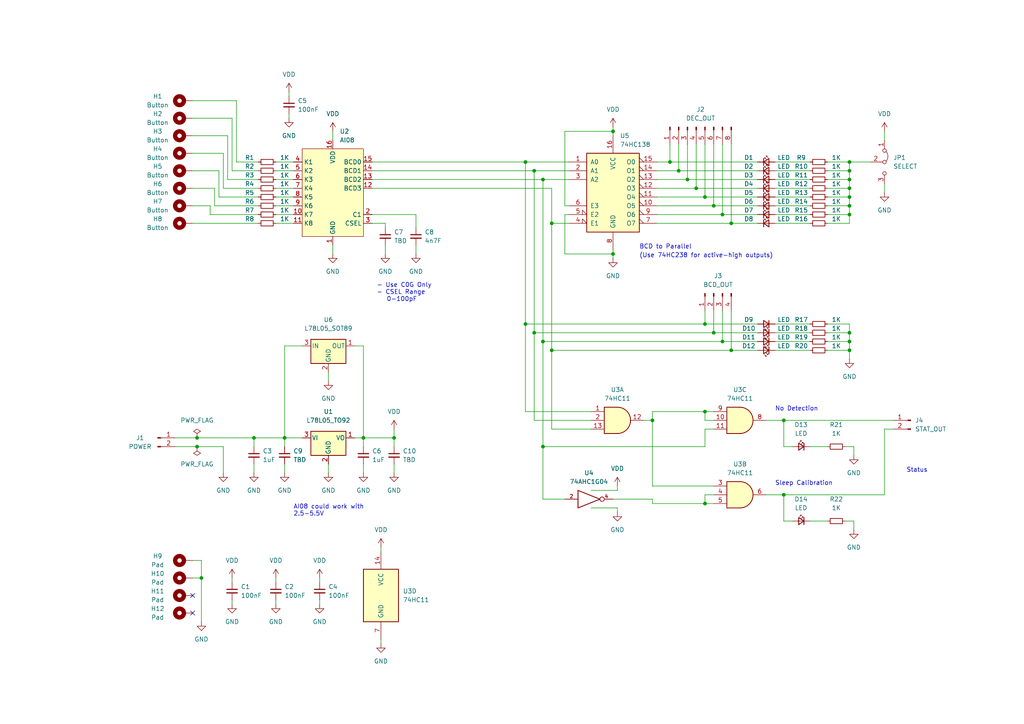
<source format=kicad_sch>
(kicad_sch (version 20211123) (generator eeschema)
  (paper "A4")
  (title_block (title "AI08 Devboard") (date "2022-09-25") (rev "1") (company "Sleepy Pony Labs"))
  (lib_symbols
    (symbol "74xGxx:74AHC1G04" (pin_names (offset 1.016))
      (property "Reference" "U" (at -2.54 3.81 0))
      (property "Value" "74AHC1G04" (at 0 -3.81 0))
      (symbol "74AHC1G04_1_1"
        (pin input line (at -7.62 0 0) (length 3.81) (name "~") (number "2"))
        (pin power_in line (at 0 -2.54 270) (length 0) hide (name "GND") (number "3"))
        (pin output inverted (at 6.35 0 180) (length 3.81) (name "~") (number "4"))
        (pin power_in line (at 0 2.54 90) (length 0) hide (name "VCC") (number "5"))
      )
    )
    (symbol "74xx:74LS11" (pin_names (offset 1.016))
      (property "Reference" "U" (at 0 1.27 0))
      (property "Value" "74LS11" (at 0 -1.27 0))
      (symbol "74LS11_1_1"
        (pin input line (at -7.62 2.54 0) (length 3.81) (name "~") (number "1"))
        (pin output line (at 7.62 0 180) (length 3.81) (name "~") (number "12"))
        (pin input line (at -7.62 -2.54 0) (length 3.81) (name "~") (number "13"))
        (pin input line (at -7.62 0 0) (length 3.81) (name "~") (number "2"))
      )
      (symbol "74LS11_1_2"
        (pin input inverted (at -7.62 2.54 0) (length 4.318) (name "~") (number "1"))
        (pin output inverted (at 7.62 0 180) (length 3.81) (name "~") (number "12"))
        (pin input inverted (at -7.62 -2.54 0) (length 4.318) (name "~") (number "13"))
        (pin input inverted (at -7.62 0 0) (length 4.953) (name "~") (number "2"))
      )
      (symbol "74LS11_2_1"
        (pin input line (at -7.62 2.54 0) (length 3.81) (name "~") (number "3"))
        (pin input line (at -7.62 0 0) (length 3.81) (name "~") (number "4"))
        (pin input line (at -7.62 -2.54 0) (length 3.81) (name "~") (number "5"))
        (pin output line (at 7.62 0 180) (length 3.81) (name "~") (number "6"))
      )
      (symbol "74LS11_2_2"
        (pin input inverted (at -7.62 2.54 0) (length 4.318) (name "~") (number "3"))
        (pin input inverted (at -7.62 0 0) (length 4.953) (name "~") (number "4"))
        (pin input inverted (at -7.62 -2.54 0) (length 4.318) (name "~") (number "5"))
        (pin output inverted (at 7.62 0 180) (length 3.81) (name "~") (number "6"))
      )
      (symbol "74LS11_3_1"
        (pin input line (at -7.62 0 0) (length 3.81) (name "~") (number "10"))
        (pin input line (at -7.62 -2.54 0) (length 3.81) (name "~") (number "11"))
        (pin output line (at 7.62 0 180) (length 3.81) (name "~") (number "8"))
        (pin input line (at -7.62 2.54 0) (length 3.81) (name "~") (number "9"))
      )
      (symbol "74LS11_3_2"
        (pin input inverted (at -7.62 0 0) (length 4.953) (name "~") (number "10"))
        (pin input inverted (at -7.62 -2.54 0) (length 4.318) (name "~") (number "11"))
        (pin output inverted (at 7.62 0 180) (length 3.81) (name "~") (number "8"))
        (pin input inverted (at -7.62 2.54 0) (length 4.318) (name "~") (number "9"))
      )
      (symbol "74LS11_4_0"
        (pin power_in line (at 0 12.7 270) (length 5.08) (name "VCC") (number "14"))
        (pin power_in line (at 0 -12.7 90) (length 5.08) (name "GND") (number "7"))
      )
    )
    (symbol "74xx:74LS138" (pin_names (offset 1.016))
      (property "Reference" "U" (at -7.62 11.43 0))
      (property "Value" "74LS138" (at -7.62 -13.97 0))
      (symbol "74LS138_1_0"
        (pin input line (at -12.7 7.62 0) (length 5.08) (name "A0") (number "1"))
        (pin output output_low (at 12.7 -5.08 180) (length 5.08) (name "O5") (number "10"))
        (pin output output_low (at 12.7 -2.54 180) (length 5.08) (name "O4") (number "11"))
        (pin output output_low (at 12.7 0 180) (length 5.08) (name "O3") (number "12"))
        (pin output output_low (at 12.7 2.54 180) (length 5.08) (name "O2") (number "13"))
        (pin output output_low (at 12.7 5.08 180) (length 5.08) (name "O1") (number "14"))
        (pin output output_low (at 12.7 7.62 180) (length 5.08) (name "O0") (number "15"))
        (pin power_in line (at 0 15.24 270) (length 5.08) (name "VCC") (number "16"))
        (pin input line (at -12.7 5.08 0) (length 5.08) (name "A1") (number "2"))
        (pin input line (at -12.7 2.54 0) (length 5.08) (name "A2") (number "3"))
        (pin input input_low (at -12.7 -10.16 0) (length 5.08) (name "E1") (number "4"))
        (pin input input_low (at -12.7 -7.62 0) (length 5.08) (name "E2") (number "5"))
        (pin input line (at -12.7 -5.08 0) (length 5.08) (name "E3") (number "6"))
        (pin output output_low (at 12.7 -10.16 180) (length 5.08) (name "O7") (number "7"))
        (pin power_in line (at 0 -17.78 90) (length 5.08) (name "GND") (number "8"))
        (pin output output_low (at 12.7 -7.62 180) (length 5.08) (name "O6") (number "9"))
      )
    )
    (symbol "AI08_devboard:AI08"
      (property "Reference" "U" (at -7.62 13.97 0))
      (property "Value" "AI08" (at 7.62 -13.97 0))
      (symbol "AI08_1_1"
        (pin power_in line (at 0 -15.24 90) (length 2.54) (name "GND") (number "1"))
        (pin input line (at -11.43 -6.35 0) (length 2.54) (name "K7") (number "10"))
        (pin input line (at -11.43 -8.89 0) (length 2.54) (name "K8") (number "11"))
        (pin output line (at 11.43 1.27 180) (length 2.54) (name "BCD3") (number "12"))
        (pin output line (at 11.43 3.81 180) (length 2.54) (name "BCD2") (number "13"))
        (pin output line (at 11.43 6.35 180) (length 2.54) (name "BCD1") (number "14"))
        (pin output line (at 11.43 8.89 180) (length 2.54) (name "BCD0") (number "15"))
        (pin power_in line (at 0 15.24 270) (length 2.54) (name "VDD") (number "16"))
        (pin passive line (at 11.43 -6.35 180) (length 2.54) (name "C1") (number "2"))
        (pin passive line (at 11.43 -8.89 180) (length 2.54) (name "CSEL") (number "3"))
        (pin input line (at -11.43 8.89 0) (length 2.54) (name "K1") (number "4"))
        (pin input line (at -11.43 6.35 0) (length 2.54) (name "K2") (number "5"))
        (pin input line (at -11.43 3.81 0) (length 2.54) (name "K3") (number "6"))
        (pin input line (at -11.43 1.27 0) (length 2.54) (name "K4") (number "7"))
        (pin input line (at -11.43 -1.27 0) (length 2.54) (name "K5") (number "8"))
        (pin input line (at -11.43 -3.81 0) (length 2.54) (name "K6") (number "9"))
      )
    )
    (symbol "Connector:Conn_01x02_Male" (pin_names (offset 1.016) hide)
      (property "Reference" "J" (at 0 2.54 0))
      (property "Value" "Conn_01x02_Male" (at 0 -5.08 0))
      (symbol "Conn_01x02_Male_1_1"
        (pin passive line (at 5.08 0 180) (length 3.81) (name "Pin_1") (number "1"))
        (pin passive line (at 5.08 -2.54 180) (length 3.81) (name "Pin_2") (number "2"))
      )
    )
    (symbol "Connector:Conn_01x04_Male" (pin_names (offset 1.016) hide)
      (property "Reference" "J" (at 0 5.08 0))
      (property "Value" "Conn_01x04_Male" (at 0 -7.62 0))
      (symbol "Conn_01x04_Male_1_1"
        (pin passive line (at 5.08 2.54 180) (length 3.81) (name "Pin_1") (number "1"))
        (pin passive line (at 5.08 0 180) (length 3.81) (name "Pin_2") (number "2"))
        (pin passive line (at 5.08 -2.54 180) (length 3.81) (name "Pin_3") (number "3"))
        (pin passive line (at 5.08 -5.08 180) (length 3.81) (name "Pin_4") (number "4"))
      )
    )
    (symbol "Connector:Conn_01x08_Male" (pin_names (offset 1.016) hide)
      (property "Reference" "J" (at 0 10.16 0))
      (property "Value" "Conn_01x08_Male" (at 0 -12.7 0))
      (symbol "Conn_01x08_Male_1_1"
        (pin passive line (at 5.08 7.62 180) (length 3.81) (name "Pin_1") (number "1"))
        (pin passive line (at 5.08 5.08 180) (length 3.81) (name "Pin_2") (number "2"))
        (pin passive line (at 5.08 2.54 180) (length 3.81) (name "Pin_3") (number "3"))
        (pin passive line (at 5.08 0 180) (length 3.81) (name "Pin_4") (number "4"))
        (pin passive line (at 5.08 -2.54 180) (length 3.81) (name "Pin_5") (number "5"))
        (pin passive line (at 5.08 -5.08 180) (length 3.81) (name "Pin_6") (number "6"))
        (pin passive line (at 5.08 -7.62 180) (length 3.81) (name "Pin_7") (number "7"))
        (pin passive line (at 5.08 -10.16 180) (length 3.81) (name "Pin_8") (number "8"))
      )
    )
    (symbol "Device:C_Small" (pin_numbers hide) (pin_names (offset 0.254) hide)
      (property "Reference" "C" (at 0.254 1.778 0))
      (property "Value" "C_Small" (at 0.254 -2.032 0))
      (symbol "C_Small_1_1"
        (pin passive line (at 0 2.54 270) (length 2.032) (name "~") (number "1"))
        (pin passive line (at 0 -2.54 90) (length 2.032) (name "~") (number "2"))
      )
    )
    (symbol "Device:LED_Small" (pin_numbers hide) (pin_names (offset 0.254) hide)
      (property "Reference" "D" (at -1.27 3.175 0))
      (property "Value" "LED_Small" (at -4.445 -2.54 0))
      (symbol "LED_Small_1_1"
        (pin passive line (at -2.54 0 0) (length 1.778) (name "K") (number "1"))
        (pin passive line (at 2.54 0 180) (length 1.778) (name "A") (number "2"))
      )
    )
    (symbol "Device:R_Small" (pin_numbers hide) (pin_names (offset 0.254) hide)
      (property "Reference" "R" (at 0.762 0.508 0))
      (property "Value" "R_Small" (at 0.762 -1.016 0))
      (symbol "R_Small_1_1"
        (pin passive line (at 0 2.54 270) (length 0.762) (name "~") (number "1"))
        (pin passive line (at 0 -2.54 90) (length 0.762) (name "~") (number "2"))
      )
    )
    (symbol "Jumper:Jumper_3_Bridged12" (pin_names (offset 0) hide)
      (property "Reference" "JP" (at -2.54 -2.54 0))
      (property "Value" "Jumper_3_Bridged12" (at 0 2.794 0))
      (symbol "Jumper_3_Bridged12_1_1"
        (pin passive line (at -6.35 0 0) (length 2.54) (name "A") (number "1"))
        (pin passive line (at 0 -3.81 90) (length 2.54) (name "C") (number "2"))
        (pin passive line (at 6.35 0 180) (length 2.54) (name "B") (number "3"))
      )
    )
    (symbol "Mechanical:MountingHole_Pad" (pin_numbers hide) (pin_names (offset 1.016) hide)
      (property "Reference" "H" (at 0 6.35 0))
      (property "Value" "MountingHole_Pad" (at 0 4.445 0))
      (symbol "MountingHole_Pad_1_1"
        (pin input line (at 0 -2.54 90) (length 2.54) (name "1") (number "1"))
      )
    )
    (symbol "Regulator_Linear:L78L05_SOT89" (pin_names (offset 0.254))
      (property "Reference" "U" (at -3.81 3.175 0))
      (property "Value" "L78L05_SOT89" (at -0.635 3.175 0))
      (symbol "L78L05_SOT89_1_1"
        (pin power_out line (at 7.62 0 180) (length 2.54) (name "OUT") (number "1"))
        (pin power_in line (at 0 -7.62 90) (length 2.54) (name "GND") (number "2"))
        (pin power_in line (at -7.62 0 0) (length 2.54) (name "IN") (number "3"))
      )
    )
    (symbol "Regulator_Linear:L78L05_TO92" (pin_names (offset 0.254))
      (property "Reference" "U" (at -3.81 3.175 0))
      (property "Value" "L78L05_TO92" (at 0 3.175 0))
      (symbol "L78L05_TO92_1_1"
        (pin power_out line (at 7.62 0 180) (length 2.54) (name "VO") (number "1"))
        (pin power_in line (at 0 -7.62 90) (length 2.54) (name "GND") (number "2"))
        (pin power_in line (at -7.62 0 0) (length 2.54) (name "VI") (number "3"))
      )
    )
    (symbol "power:GND" (power) (pin_names (offset 0))
      (property "Value" "GND" (at 0 -3.81 0))
      (symbol "GND_1_1"
        (pin power_in line (at 0 0 270) (length 0) hide (name "GND") (number "1"))
      )
    )
    (symbol "power:PWR_FLAG" (power) (pin_numbers hide) (pin_names (offset 0) hide)
      (property "Value" "PWR_FLAG" (at 0 3.81 0))
      (symbol "PWR_FLAG_0_0"
        (pin power_out line (at 0 0 90) (length 0) (name "pwr") (number "1"))
      )
    )
    (symbol "power:VDD" (power) (pin_names (offset 0))
      (property "Value" "VDD" (at 0 3.81 0))
      (symbol "VDD_1_1"
        (pin power_in line (at 0 0 90) (length 0) hide (name "VDD") (number "1"))
      )
    )
  )
  (junction (at 157.48 129.54))
  (junction (at 57.15 129.54))
  (junction (at 58.42 167.64))
  (junction (at 212.09 101.6))
  (junction (at 209.55 62.23))
  (junction (at 177.8 73.66))
  (junction (at 204.47 93.98))
  (junction (at 196.85 49.53))
  (junction (at 246.38 57.15))
  (junction (at 207.01 59.69))
  (junction (at 152.4 93.98))
  (junction (at 227.33 121.92))
  (junction (at 246.38 49.53))
  (junction (at 199.39 52.07))
  (junction (at 246.38 101.6))
  (junction (at 209.55 99.06))
  (junction (at 246.38 59.69))
  (junction (at 212.09 64.77))
  (junction (at 246.38 46.99))
  (junction (at 207.01 96.52))
  (junction (at 246.38 52.07))
  (junction (at 246.38 96.52))
  (junction (at 154.94 96.52))
  (junction (at 157.48 52.07))
  (junction (at 204.47 57.15))
  (junction (at 160.02 101.6))
  (junction (at 157.48 99.06))
  (junction (at 204.47 146.05))
  (junction (at 189.23 121.92))
  (junction (at 154.94 49.53))
  (junction (at 201.93 54.61))
  (junction (at 105.41 127))
  (junction (at 160.02 64.77))
  (junction (at 194.31 46.99))
  (junction (at 246.38 99.06))
  (junction (at 82.55 127))
  (junction (at 73.66 127))
  (junction (at 204.47 119.38))
  (junction (at 114.3 127))
  (junction (at 246.38 62.23))
  (junction (at 152.4 46.99))
  (junction (at 246.38 54.61))
  (junction (at 177.8 38.1))
  (junction (at 57.15 127))
  (junction (at 227.33 143.51))
  (no_connect (at 55.88 177.8))
  (no_connect (at 55.88 172.72))
  (wire (pts (xy 245.11 151.13) (xy 247.65 151.13)))
  (wire (pts (xy 204.47 119.38) (xy 204.47 121.92)))
  (wire (pts (xy 66.04 39.37) (xy 66.04 52.07)))
  (wire (pts (xy 107.95 62.23) (xy 120.65 62.23)))
  (wire (pts (xy 157.48 129.54) (xy 157.48 144.78)))
  (wire (pts (xy 240.03 96.52) (xy 246.38 96.52)))
  (wire (pts (xy 68.58 29.21) (xy 68.58 46.99)))
  (wire (pts (xy 67.31 49.53) (xy 74.93 49.53)))
  (wire (pts (xy 246.38 46.99) (xy 246.38 49.53)))
  (wire (pts (xy 234.95 151.13) (xy 240.03 151.13)))
  (wire (pts (xy 246.38 62.23) (xy 246.38 59.69)))
  (wire (pts (xy 55.88 29.21) (xy 68.58 29.21)))
  (wire (pts (xy 246.38 101.6) (xy 246.38 99.06)))
  (wire (pts (xy 152.4 119.38) (xy 171.45 119.38)))
  (wire (pts (xy 80.01 167.64) (xy 80.01 168.91)))
  (wire (pts (xy 157.48 52.07) (xy 157.48 99.06)))
  (wire (pts (xy 240.03 59.69) (xy 246.38 59.69)))
  (wire (pts (xy 92.71 173.99) (xy 92.71 175.26)))
  (wire (pts (xy 199.39 52.07) (xy 219.71 52.07)))
  (wire (pts (xy 111.76 71.12) (xy 111.76 73.66)))
  (wire (pts (xy 73.66 127) (xy 82.55 127)))
  (wire (pts (xy 209.55 90.17) (xy 209.55 99.06)))
  (wire (pts (xy 190.5 49.53) (xy 196.85 49.53)))
  (wire (pts (xy 87.63 100.33) (xy 82.55 100.33)))
  (wire (pts (xy 246.38 96.52) (xy 246.38 93.98)))
  (wire (pts (xy 64.77 44.45) (xy 64.77 54.61)))
  (wire (pts (xy 80.01 173.99) (xy 80.01 175.26)))
  (wire (pts (xy 201.93 54.61) (xy 219.71 54.61)))
  (wire (pts (xy 224.79 101.6) (xy 234.95 101.6)))
  (wire (pts (xy 160.02 54.61) (xy 160.02 64.77)))
  (wire (pts (xy 256.54 38.1) (xy 256.54 40.64)))
  (wire (pts (xy 67.31 173.99) (xy 67.31 175.26)))
  (wire (pts (xy 204.47 124.46) (xy 207.01 124.46)))
  (wire (pts (xy 189.23 140.97) (xy 207.01 140.97)))
  (wire (pts (xy 57.15 127) (xy 73.66 127)))
  (wire (pts (xy 224.79 46.99) (xy 234.95 46.99)))
  (wire (pts (xy 55.88 34.29) (xy 67.31 34.29)))
  (wire (pts (xy 157.48 129.54) (xy 204.47 129.54)))
  (wire (pts (xy 163.83 59.69) (xy 163.83 38.1)))
  (wire (pts (xy 189.23 119.38) (xy 204.47 119.38)))
  (wire (pts (xy 80.01 59.69) (xy 85.09 59.69)))
  (wire (pts (xy 199.39 41.91) (xy 199.39 52.07)))
  (wire (pts (xy 55.88 59.69) (xy 60.96 59.69)))
  (wire (pts (xy 80.01 54.61) (xy 85.09 54.61)))
  (wire (pts (xy 152.4 46.99) (xy 165.1 46.99)))
  (wire (pts (xy 154.94 96.52) (xy 207.01 96.52)))
  (wire (pts (xy 240.03 49.53) (xy 246.38 49.53)))
  (wire (pts (xy 204.47 121.92) (xy 207.01 121.92)))
  (wire (pts (xy 212.09 64.77) (xy 219.71 64.77)))
  (wire (pts (xy 80.01 57.15) (xy 85.09 57.15)))
  (wire (pts (xy 50.8 129.54) (xy 57.15 129.54)))
  (wire (pts (xy 224.79 93.98) (xy 234.95 93.98)))
  (wire (pts (xy 154.94 49.53) (xy 165.1 49.53)))
  (wire (pts (xy 110.49 158.75) (xy 110.49 160.02)))
  (wire (pts (xy 160.02 101.6) (xy 160.02 124.46)))
  (wire (pts (xy 110.49 185.42) (xy 110.49 186.69)))
  (wire (pts (xy 204.47 146.05) (xy 207.01 146.05)))
  (wire (pts (xy 55.88 39.37) (xy 66.04 39.37)))
  (wire (pts (xy 256.54 53.34) (xy 256.54 55.88)))
  (wire (pts (xy 209.55 99.06) (xy 219.71 99.06)))
  (wire (pts (xy 240.03 57.15) (xy 246.38 57.15)))
  (wire (pts (xy 80.01 49.53) (xy 85.09 49.53)))
  (wire (pts (xy 224.79 49.53) (xy 234.95 49.53)))
  (wire (pts (xy 227.33 121.92) (xy 227.33 129.54)))
  (wire (pts (xy 247.65 129.54) (xy 247.65 132.08)))
  (wire (pts (xy 160.02 124.46) (xy 171.45 124.46)))
  (wire (pts (xy 105.41 127) (xy 114.3 127)))
  (wire (pts (xy 222.25 143.51) (xy 227.33 143.51)))
  (wire (pts (xy 163.83 73.66) (xy 177.8 73.66)))
  (wire (pts (xy 224.79 99.06) (xy 234.95 99.06)))
  (wire (pts (xy 212.09 41.91) (xy 212.09 64.77)))
  (wire (pts (xy 157.48 99.06) (xy 209.55 99.06)))
  (wire (pts (xy 55.88 167.64) (xy 58.42 167.64)))
  (wire (pts (xy 107.95 54.61) (xy 160.02 54.61)))
  (wire (pts (xy 107.95 64.77) (xy 111.76 64.77)))
  (wire (pts (xy 246.38 99.06) (xy 246.38 96.52)))
  (wire (pts (xy 224.79 59.69) (xy 234.95 59.69)))
  (wire (pts (xy 64.77 54.61) (xy 74.93 54.61)))
  (wire (pts (xy 240.03 99.06) (xy 246.38 99.06)))
  (wire (pts (xy 67.31 167.64) (xy 67.31 168.91)))
  (wire (pts (xy 209.55 41.91) (xy 209.55 62.23)))
  (wire (pts (xy 179.07 147.32) (xy 179.07 148.59)))
  (wire (pts (xy 207.01 59.69) (xy 219.71 59.69)))
  (wire (pts (xy 152.4 93.98) (xy 204.47 93.98)))
  (wire (pts (xy 204.47 57.15) (xy 219.71 57.15)))
  (wire (pts (xy 55.88 44.45) (xy 64.77 44.45)))
  (wire (pts (xy 190.5 52.07) (xy 199.39 52.07)))
  (wire (pts (xy 204.47 41.91) (xy 204.47 57.15)))
  (wire (pts (xy 96.52 71.12) (xy 96.52 73.66)))
  (wire (pts (xy 102.87 100.33) (xy 105.41 100.33)))
  (wire (pts (xy 165.1 59.69) (xy 163.83 59.69)))
  (wire (pts (xy 83.82 26.67) (xy 83.82 27.94)))
  (wire (pts (xy 114.3 124.46) (xy 114.3 127)))
  (wire (pts (xy 240.03 101.6) (xy 246.38 101.6)))
  (wire (pts (xy 247.65 151.13) (xy 247.65 153.67)))
  (wire (pts (xy 62.23 59.69) (xy 74.93 59.69)))
  (wire (pts (xy 177.8 38.1) (xy 177.8 39.37)))
  (wire (pts (xy 50.8 127) (xy 57.15 127)))
  (wire (pts (xy 204.47 143.51) (xy 207.01 143.51)))
  (wire (pts (xy 160.02 64.77) (xy 160.02 101.6)))
  (wire (pts (xy 95.25 107.95) (xy 95.25 110.49)))
  (wire (pts (xy 227.33 151.13) (xy 229.87 151.13)))
  (wire (pts (xy 160.02 64.77) (xy 165.1 64.77)))
  (wire (pts (xy 256.54 143.51) (xy 256.54 124.46)))
  (wire (pts (xy 107.95 46.99) (xy 152.4 46.99)))
  (wire (pts (xy 240.03 64.77) (xy 246.38 64.77)))
  (wire (pts (xy 157.48 52.07) (xy 165.1 52.07)))
  (wire (pts (xy 240.03 52.07) (xy 246.38 52.07)))
  (wire (pts (xy 212.09 90.17) (xy 212.09 101.6)))
  (wire (pts (xy 82.55 100.33) (xy 82.55 127)))
  (wire (pts (xy 107.95 52.07) (xy 157.48 52.07)))
  (wire (pts (xy 240.03 93.98) (xy 246.38 93.98)))
  (wire (pts (xy 224.79 96.52) (xy 234.95 96.52)))
  (wire (pts (xy 105.41 127) (xy 105.41 129.54)))
  (wire (pts (xy 154.94 96.52) (xy 154.94 121.92)))
  (wire (pts (xy 222.25 121.92) (xy 227.33 121.92)))
  (wire (pts (xy 240.03 62.23) (xy 246.38 62.23)))
  (wire (pts (xy 190.5 57.15) (xy 204.47 57.15)))
  (wire (pts (xy 107.95 49.53) (xy 154.94 49.53)))
  (wire (pts (xy 246.38 64.77) (xy 246.38 62.23)))
  (wire (pts (xy 171.45 147.32) (xy 179.07 147.32)))
  (wire (pts (xy 105.41 134.62) (xy 105.41 137.16)))
  (wire (pts (xy 190.5 64.77) (xy 212.09 64.77)))
  (wire (pts (xy 152.4 46.99) (xy 152.4 93.98)))
  (wire (pts (xy 246.38 54.61) (xy 246.38 52.07)))
  (wire (pts (xy 154.94 121.92) (xy 171.45 121.92)))
  (wire (pts (xy 95.25 134.62) (xy 95.25 137.16)))
  (wire (pts (xy 224.79 54.61) (xy 234.95 54.61)))
  (wire (pts (xy 177.8 36.83) (xy 177.8 38.1)))
  (wire (pts (xy 57.15 129.54) (xy 64.77 129.54)))
  (wire (pts (xy 204.47 93.98) (xy 219.71 93.98)))
  (wire (pts (xy 55.88 162.56) (xy 58.42 162.56)))
  (wire (pts (xy 240.03 54.61) (xy 246.38 54.61)))
  (wire (pts (xy 177.8 72.39) (xy 177.8 73.66)))
  (wire (pts (xy 114.3 134.62) (xy 114.3 137.16)))
  (wire (pts (xy 209.55 62.23) (xy 219.71 62.23)))
  (wire (pts (xy 186.69 121.92) (xy 189.23 121.92)))
  (wire (pts (xy 114.3 127) (xy 114.3 129.54)))
  (wire (pts (xy 207.01 96.52) (xy 219.71 96.52)))
  (wire (pts (xy 82.55 127) (xy 82.55 129.54)))
  (wire (pts (xy 246.38 101.6) (xy 246.38 104.14)))
  (wire (pts (xy 190.5 54.61) (xy 201.93 54.61)))
  (wire (pts (xy 190.5 59.69) (xy 207.01 59.69)))
  (wire (pts (xy 194.31 41.91) (xy 194.31 46.99)))
  (wire (pts (xy 55.88 49.53) (xy 63.5 49.53)))
  (wire (pts (xy 179.07 142.24) (xy 179.07 140.97)))
  (wire (pts (xy 80.01 46.99) (xy 85.09 46.99)))
  (wire (pts (xy 194.31 46.99) (xy 219.71 46.99)))
  (wire (pts (xy 68.58 46.99) (xy 74.93 46.99)))
  (wire (pts (xy 224.79 57.15) (xy 234.95 57.15)))
  (wire (pts (xy 234.95 129.54) (xy 240.03 129.54)))
  (wire (pts (xy 190.5 46.99) (xy 194.31 46.99)))
  (wire (pts (xy 55.88 64.77) (xy 74.93 64.77)))
  (wire (pts (xy 207.01 41.91) (xy 207.01 59.69)))
  (wire (pts (xy 163.83 38.1) (xy 177.8 38.1)))
  (wire (pts (xy 196.85 41.91) (xy 196.85 49.53)))
  (wire (pts (xy 190.5 62.23) (xy 209.55 62.23)))
  (wire (pts (xy 152.4 93.98) (xy 152.4 119.38)))
  (wire (pts (xy 177.8 73.66) (xy 177.8 74.93)))
  (wire (pts (xy 201.93 41.91) (xy 201.93 54.61)))
  (wire (pts (xy 196.85 49.53) (xy 219.71 49.53)))
  (wire (pts (xy 189.23 121.92) (xy 189.23 140.97)))
  (wire (pts (xy 80.01 62.23) (xy 85.09 62.23)))
  (wire (pts (xy 204.47 119.38) (xy 207.01 119.38)))
  (wire (pts (xy 58.42 162.56) (xy 58.42 167.64)))
  (wire (pts (xy 171.45 142.24) (xy 179.07 142.24)))
  (wire (pts (xy 227.33 143.51) (xy 227.33 151.13)))
  (wire (pts (xy 73.66 127) (xy 73.66 129.54)))
  (wire (pts (xy 120.65 62.23) (xy 120.65 66.04)))
  (wire (pts (xy 157.48 144.78) (xy 163.83 144.78)))
  (wire (pts (xy 160.02 101.6) (xy 212.09 101.6)))
  (wire (pts (xy 63.5 49.53) (xy 63.5 57.15)))
  (wire (pts (xy 227.33 143.51) (xy 256.54 143.51)))
  (wire (pts (xy 73.66 134.62) (xy 73.66 137.16)))
  (wire (pts (xy 82.55 134.62) (xy 82.55 137.16)))
  (wire (pts (xy 204.47 143.51) (xy 204.47 146.05)))
  (wire (pts (xy 245.11 129.54) (xy 247.65 129.54)))
  (wire (pts (xy 83.82 33.02) (xy 83.82 34.29)))
  (wire (pts (xy 157.48 99.06) (xy 157.48 129.54)))
  (wire (pts (xy 111.76 64.77) (xy 111.76 66.04)))
  (wire (pts (xy 256.54 124.46) (xy 259.08 124.46)))
  (wire (pts (xy 224.79 62.23) (xy 234.95 62.23)))
  (wire (pts (xy 165.1 62.23) (xy 163.83 62.23)))
  (wire (pts (xy 246.38 46.99) (xy 252.73 46.99)))
  (wire (pts (xy 204.47 129.54) (xy 204.47 124.46)))
  (wire (pts (xy 63.5 57.15) (xy 74.93 57.15)))
  (wire (pts (xy 96.52 38.1) (xy 96.52 40.64)))
  (wire (pts (xy 80.01 64.77) (xy 85.09 64.77)))
  (wire (pts (xy 204.47 90.17) (xy 204.47 93.98)))
  (wire (pts (xy 58.42 167.64) (xy 58.42 180.34)))
  (wire (pts (xy 120.65 71.12) (xy 120.65 73.66)))
  (wire (pts (xy 246.38 57.15) (xy 246.38 54.61)))
  (wire (pts (xy 62.23 54.61) (xy 62.23 59.69)))
  (wire (pts (xy 92.71 167.64) (xy 92.71 168.91)))
  (wire (pts (xy 80.01 52.07) (xy 85.09 52.07)))
  (wire (pts (xy 55.88 54.61) (xy 62.23 54.61)))
  (wire (pts (xy 207.01 90.17) (xy 207.01 96.52)))
  (wire (pts (xy 67.31 34.29) (xy 67.31 49.53)))
  (wire (pts (xy 227.33 121.92) (xy 259.08 121.92)))
  (wire (pts (xy 154.94 49.53) (xy 154.94 96.52)))
  (wire (pts (xy 224.79 64.77) (xy 234.95 64.77)))
  (wire (pts (xy 66.04 52.07) (xy 74.93 52.07)))
  (wire (pts (xy 60.96 59.69) (xy 60.96 62.23)))
  (wire (pts (xy 87.63 127) (xy 82.55 127)))
  (wire (pts (xy 163.83 62.23) (xy 163.83 73.66)))
  (wire (pts (xy 102.87 127) (xy 105.41 127)))
  (wire (pts (xy 105.41 100.33) (xy 105.41 127)))
  (wire (pts (xy 224.79 52.07) (xy 234.95 52.07)))
  (wire (pts (xy 64.77 129.54) (xy 64.77 137.16)))
  (wire (pts (xy 246.38 59.69) (xy 246.38 57.15)))
  (wire (pts (xy 212.09 101.6) (xy 219.71 101.6)))
  (wire (pts (xy 60.96 62.23) (xy 74.93 62.23)))
  (wire (pts (xy 246.38 52.07) (xy 246.38 49.53)))
  (wire (pts (xy 189.23 144.78) (xy 189.23 146.05)))
  (wire (pts (xy 189.23 146.05) (xy 204.47 146.05)))
  (wire (pts (xy 189.23 121.92) (xy 189.23 119.38)))
  (wire (pts (xy 177.8 144.78) (xy 189.23 144.78)))
  (wire (pts (xy 240.03 46.99) (xy 246.38 46.99)))
  (wire (pts (xy 227.33 129.54) (xy 229.87 129.54)))
  (text "- Use C0G Only\n- CSEL Range\n   0-100pF" (at 109.22 87.63 0) (effects (font (size 1.27 1.27)) (justify left bottom)))
  (text "No Detection" (at 224.79 119.38 0) (effects (font (size 1.27 1.27)) (justify left bottom)))
  (text "Status" (at 262.89 137.16 0) (effects (font (size 1.27 1.27)) (justify left bottom)))
  (text "AI08 could work with\n2.5-5.5V" (at 85.09 149.86 0) (effects (font (size 1.27 1.27)) (justify left bottom)))
  (text "Sleep Calibration" (at 224.79 140.97 0) (effects (font (size 1.27 1.27)) (justify left bottom)))
  (text "BCD to Parallel" (at 185.42 72.39 0) (effects (font (size 1.27 1.27)) (justify left bottom)))
  (text "(Use 74HC238 for active-high outputs)" (at 185.42 74.93 0) (effects (font (size 1.27 1.27)) (justify left bottom)))
  (symbol (lib_id "Mechanical:MountingHole_Pad") (at 53.34 39.37 90) (unit 1)
    (property "Reference" "H3" (at 45.72 38.1 90))
    (property "Value" "Button" (at 45.72 40.64 90))
    (property "Footprint" "ai08_devboard:CAPTOUCH_12mm" (effects hide))
  )
  (symbol (lib_id "Mechanical:MountingHole_Pad") (at 53.34 177.8 90) (unit 1)
    (property "Reference" "H12" (at 45.72 176.53 90))
    (property "Value" "Pad" (at 45.72 179.07 90))
    (property "Footprint" "MountingHole:MountingHole_2.2mm_M2_DIN965_Pad" (effects hide))
  )
  (symbol (lib_id "Device:C_Small") (at 114.3 132.08 0) (unit 1)
    (property "Reference" "C10" (at 116.84 130.8162 0) (effects (justify left)))
    (property "Value" "TBD" (at 116.84 133.3562 0) (effects (justify left)))
    (property "Footprint" "Capacitor_SMD:C_0805_2012Metric" (effects hide))
  )
  (symbol (lib_id "Device:C_Small") (at 92.71 171.45 0) (unit 1)
    (property "Reference" "C4" (at 95.25 170.1862 0) (effects (justify left)))
    (property "Value" "100nF" (at 95.25 172.7262 0) (effects (justify left)))
    (property "Footprint" "Capacitor_SMD:C_0603_1608Metric" (effects hide))
  )
  (symbol (lib_id "Mechanical:MountingHole_Pad") (at 53.34 34.29 90) (unit 1)
    (property "Reference" "H2" (at 45.72 33.02 90))
    (property "Value" "Button" (at 45.72 35.56 90))
    (property "Footprint" "ai08_devboard:CAPTOUCH_12mm" (effects hide))
  )
  (symbol (lib_id "power:VDD") (at 83.82 26.67 0) (unit 1)
    (property "Reference" "#PWR09" (effects hide))
    (property "Value" "VDD" (at 83.82 21.59 0))
  )
  (symbol (lib_id "Mechanical:MountingHole_Pad") (at 53.34 172.72 90) (unit 1)
    (property "Reference" "H11" (at 45.72 171.45 90))
    (property "Value" "Pad" (at 45.72 173.99 90))
    (property "Footprint" "MountingHole:MountingHole_2.2mm_M2_DIN965_Pad" (effects hide))
  )
  (symbol (lib_id "Device:LED_Small") (at 222.25 62.23 0) (unit 1)
    (property "Reference" "D7" (at 217.17 60.96 0))
    (property "Value" "LED" (at 227.33 60.96 0))
    (property "Footprint" "LED_SMD:LED_0603_1608Metric" (effects hide))
  )
  (symbol (lib_id "Device:R_Small") (at 237.49 46.99 90) (unit 1)
    (property "Reference" "R9" (at 232.41 45.72 90))
    (property "Value" "1K" (at 242.57 45.72 90))
    (property "Footprint" "Resistor_SMD:R_0603_1608Metric" (effects hide))
  )
  (symbol (lib_id "Device:R_Small") (at 242.57 129.54 90) (unit 1)
    (property "Reference" "R21" (at 242.57 123.19 90))
    (property "Value" "1K" (at 242.57 125.73 90))
    (property "Footprint" "Resistor_SMD:R_0603_1608Metric" (effects hide))
  )
  (symbol (lib_id "Device:R_Small") (at 237.49 54.61 90) (unit 1)
    (property "Reference" "R12" (at 232.41 53.34 90))
    (property "Value" "1K" (at 242.57 53.34 90))
    (property "Footprint" "Resistor_SMD:R_0603_1608Metric" (effects hide))
  )
  (symbol (lib_id "Device:C_Small") (at 105.41 132.08 0) (unit 1)
    (property "Reference" "C6" (at 107.95 130.8162 0) (effects (justify left)))
    (property "Value" "1uF" (at 107.95 133.3562 0) (effects (justify left)))
    (property "Footprint" "Capacitor_SMD:C_0805_2012Metric" (effects hide))
  )
  (symbol (lib_id "Mechanical:MountingHole_Pad") (at 53.34 29.21 90) (unit 1)
    (property "Reference" "H1" (at 45.72 27.94 90))
    (property "Value" "Button" (at 45.72 30.48 90))
    (property "Footprint" "ai08_devboard:CAPTOUCH_12mm" (effects hide))
  )
  (symbol (lib_id "Device:LED_Small") (at 222.25 99.06 180) (unit 1)
    (property "Reference" "D11" (at 217.17 97.79 0))
    (property "Value" "LED" (at 227.33 97.79 0))
    (property "Footprint" "LED_SMD:LED_0603_1608Metric" (effects hide))
  )
  (symbol (lib_id "Regulator_Linear:L78L05_SOT89") (at 95.25 100.33 0) (unit 1)
    (property "Reference" "U6" (at 95.25 92.71 0))
    (property "Value" "L78L05_SOT89" (at 95.25 95.25 0))
    (property "Footprint" "Package_TO_SOT_SMD:SOT-89-3" (effects hide))
    (property "Datasheet" "http://www.st.com/content/ccc/resource/technical/document/datasheet/15/55/e5/aa/23/5b/43/fd/CD00000446.pdf/files/CD00000446.pdf/jcr:content/translations/en.CD00000446.pdf" (effects hide))
  )
  (symbol (lib_id "power:VDD") (at 96.52 38.1 0) (unit 1)
    (property "Reference" "#PWR012" (effects hide))
    (property "Value" "VDD" (at 96.52 33.02 0))
  )
  (symbol (lib_id "Device:R_Small") (at 77.47 46.99 90) (unit 1)
    (property "Reference" "R1" (at 72.39 45.72 90))
    (property "Value" "1K" (at 82.55 45.72 90))
    (property "Footprint" "Resistor_SMD:R_0603_1608Metric" (effects hide))
  )
  (symbol (lib_id "Device:LED_Small") (at 232.41 129.54 0) (mirror y) (unit 1)
    (property "Reference" "D13" (at 232.3465 123.19 0))
    (property "Value" "LED" (at 232.3465 125.73 0))
    (property "Footprint" "LED_SMD:LED_0603_1608Metric" (effects hide))
  )
  (symbol (lib_id "Connector:Conn_01x04_Male") (at 207.01 85.09 90) (mirror x) (unit 1)
    (property "Reference" "J3" (at 208.28 80.01 90))
    (property "Value" "BCD_OUT" (at 208.28 82.55 90))
    (property "Footprint" "Connector_PinHeader_2.54mm:PinHeader_1x04_P2.54mm_Vertical" (effects hide))
  )
  (symbol (lib_id "Device:R_Small") (at 237.49 62.23 90) (unit 1)
    (property "Reference" "R15" (at 232.41 60.96 90))
    (property "Value" "1K" (at 242.57 60.96 90))
    (property "Footprint" "Resistor_SMD:R_0603_1608Metric" (effects hide))
  )
  (symbol (lib_id "Device:LED_Small") (at 222.25 52.07 0) (unit 1)
    (property "Reference" "D3" (at 217.17 50.8 0))
    (property "Value" "LED" (at 227.33 50.8 0))
    (property "Footprint" "LED_SMD:LED_0603_1608Metric" (effects hide))
  )
  (symbol (lib_id "Connector:Conn_01x02_Male") (at 264.16 121.92 0) (mirror y) (unit 1)
    (property "Reference" "J4" (at 265.43 121.9199 0) (effects (justify right)))
    (property "Value" "STAT_OUT" (at 265.43 124.4599 0) (effects (justify right)))
    (property "Footprint" "Connector_PinHeader_2.54mm:PinHeader_1x02_P2.54mm_Vertical" (effects hide))
  )
  (symbol (lib_id "Device:LED_Small") (at 222.25 93.98 180) (unit 1)
    (property "Reference" "D9" (at 217.17 92.71 0))
    (property "Value" "LED" (at 227.33 92.71 0))
    (property "Footprint" "LED_SMD:LED_0603_1608Metric" (effects hide))
  )
  (symbol (lib_id "Device:C_Small") (at 80.01 171.45 0) (unit 1)
    (property "Reference" "C2" (at 82.55 170.1862 0) (effects (justify left)))
    (property "Value" "100nF" (at 82.55 172.7262 0) (effects (justify left)))
    (property "Footprint" "Capacitor_SMD:C_0603_1608Metric" (effects hide))
  )
  (symbol (lib_id "power:GND") (at 82.55 137.16 0) (unit 1)
    (property "Reference" "#PWR030" (effects hide))
    (property "Value" "GND" (at 82.55 142.24 0))
  )
  (symbol (lib_id "power:GND") (at 177.8 74.93 0) (unit 1)
    (property "Reference" "#PWR021" (effects hide))
    (property "Value" "GND" (at 177.8 80.01 0))
  )
  (symbol (lib_id "Device:C_Small") (at 120.65 68.58 0) (unit 1)
    (property "Reference" "C8" (at 123.19 67.3162 0) (effects (justify left)))
    (property "Value" "4n7F" (at 123.19 69.8562 0) (effects (justify left)))
    (property "Footprint" "Capacitor_SMD:C_0603_1608Metric" (effects hide))
  )
  (symbol (lib_id "Device:R_Small") (at 77.47 57.15 90) (unit 1)
    (property "Reference" "R5" (at 72.39 55.88 90))
    (property "Value" "1K" (at 82.55 55.88 90))
    (property "Footprint" "Resistor_SMD:R_0603_1608Metric" (effects hide))
  )
  (symbol (lib_id "Device:R_Small") (at 237.49 57.15 90) (unit 1)
    (property "Reference" "R13" (at 232.41 55.88 90))
    (property "Value" "1K" (at 242.57 55.88 90))
    (property "Footprint" "Resistor_SMD:R_0603_1608Metric" (effects hide))
  )
  (symbol (lib_id "Device:R_Small") (at 237.49 99.06 90) (unit 1)
    (property "Reference" "R19" (at 232.41 97.79 90))
    (property "Value" "1K" (at 242.57 97.79 90))
    (property "Footprint" "Resistor_SMD:R_0603_1608Metric" (effects hide))
  )
  (symbol (lib_id "Device:C_Small") (at 82.55 132.08 0) (unit 1)
    (property "Reference" "C9" (at 85.09 130.8162 0) (effects (justify left)))
    (property "Value" "TBD" (at 85.09 133.3562 0) (effects (justify left)))
    (property "Footprint" "Capacitor_SMD:C_0805_2012Metric" (effects hide))
  )
  (symbol (lib_id "Device:R_Small") (at 242.57 151.13 90) (unit 1)
    (property "Reference" "R22" (at 242.57 144.78 90))
    (property "Value" "1K" (at 242.57 147.32 90))
    (property "Footprint" "Resistor_SMD:R_0603_1608Metric" (effects hide))
  )
  (symbol (lib_id "power:GND") (at 111.76 73.66 0) (unit 1)
    (property "Reference" "#PWR018" (effects hide))
    (property "Value" "GND" (at 111.76 78.74 0))
  )
  (symbol (lib_id "Device:LED_Small") (at 222.25 64.77 0) (unit 1)
    (property "Reference" "D8" (at 217.17 63.5 0))
    (property "Value" "LED" (at 227.33 63.5 0))
    (property "Footprint" "LED_SMD:LED_0603_1608Metric" (effects hide))
  )
  (symbol (lib_id "power:GND") (at 110.49 186.69 0) (unit 1)
    (property "Reference" "#PWR015" (effects hide))
    (property "Value" "GND" (at 110.49 191.77 0))
  )
  (symbol (lib_id "Mechanical:MountingHole_Pad") (at 53.34 49.53 90) (unit 1)
    (property "Reference" "H5" (at 45.72 48.26 90))
    (property "Value" "Button" (at 45.72 50.8 90))
    (property "Footprint" "ai08_devboard:CAPTOUCH_12mm" (effects hide))
  )
  (symbol (lib_id "power:GND") (at 95.25 110.49 0) (unit 1)
    (property "Reference" "#PWR029" (effects hide))
    (property "Value" "GND" (at 95.25 115.57 0))
  )
  (symbol (lib_id "power:GND") (at 179.07 148.59 0) (unit 1)
    (property "Reference" "#PWR023" (effects hide))
    (property "Value" "GND" (at 179.07 153.67 0))
  )
  (symbol (lib_id "power:VDD") (at 179.07 140.97 0) (unit 1)
    (property "Reference" "#PWR022" (effects hide))
    (property "Value" "VDD" (at 179.07 135.89 0))
  )
  (symbol (lib_id "Regulator_Linear:L78L05_TO92") (at 95.25 127 0) (unit 1)
    (property "Reference" "U1" (at 95.25 119.38 0))
    (property "Value" "L78L05_TO92" (at 95.25 121.92 0))
    (property "Footprint" "Package_TO_SOT_THT:TO-92" (effects hide))
    (property "Datasheet" "http://www.st.com/content/ccc/resource/technical/document/datasheet/15/55/e5/aa/23/5b/43/fd/CD00000446.pdf/files/CD00000446.pdf/jcr:content/translations/en.CD00000446.pdf" (effects hide))
  )
  (symbol (lib_id "74xx:74LS11") (at 110.49 172.72 0) (unit 4)
    (property "Reference" "U3" (at 116.84 171.4499 0) (effects (justify left)))
    (property "Value" "74HC11" (at 116.84 173.9899 0) (effects (justify left)))
    (property "Footprint" "Package_SO:SOIC-14_3.9x8.7mm_P1.27mm" (effects hide))
    (property "Datasheet" "http://www.ti.com/lit/gpn/sn74LS11" (effects hide))
  )
  (symbol (lib_id "Mechanical:MountingHole_Pad") (at 53.34 44.45 90) (unit 1)
    (property "Reference" "H4" (at 45.72 43.18 90))
    (property "Value" "Button" (at 45.72 45.72 90))
    (property "Footprint" "ai08_devboard:CAPTOUCH_12mm" (effects hide))
  )
  (symbol (lib_id "Device:R_Small") (at 237.49 49.53 90) (unit 1)
    (property "Reference" "R10" (at 232.41 48.26 90))
    (property "Value" "1K" (at 242.57 48.26 90))
    (property "Footprint" "Resistor_SMD:R_0603_1608Metric" (effects hide))
  )
  (symbol (lib_id "Device:LED_Small") (at 222.25 49.53 0) (unit 1)
    (property "Reference" "D2" (at 217.17 48.26 0))
    (property "Value" "LED" (at 227.33 48.26 0))
    (property "Footprint" "LED_SMD:LED_0603_1608Metric" (effects hide))
  )
  (symbol (lib_id "Device:C_Small") (at 111.76 68.58 0) (unit 1)
    (property "Reference" "C7" (at 114.3 67.3162 0) (effects (justify left)))
    (property "Value" "TBD" (at 114.3 69.8562 0) (effects (justify left)))
    (property "Footprint" "Capacitor_SMD:C_0603_1608Metric" (effects hide))
  )
  (symbol (lib_id "Mechanical:MountingHole_Pad") (at 53.34 59.69 90) (unit 1)
    (property "Reference" "H7" (at 45.72 58.42 90))
    (property "Value" "Button" (at 45.72 60.96 90))
    (property "Footprint" "ai08_devboard:CAPTOUCH_12mm" (effects hide))
  )
  (symbol (lib_id "Device:LED_Small") (at 222.25 46.99 0) (unit 1)
    (property "Reference" "D1" (at 217.17 45.72 0))
    (property "Value" "LED" (at 227.33 45.72 0))
    (property "Footprint" "LED_SMD:LED_0603_1608Metric" (effects hide))
  )
  (symbol (lib_id "power:VDD") (at 114.3 124.46 0) (unit 1)
    (property "Reference" "#PWR017" (effects hide))
    (property "Value" "VDD" (at 114.3 119.38 0))
  )
  (symbol (lib_id "Device:LED_Small") (at 222.25 96.52 180) (unit 1)
    (property "Reference" "D10" (at 217.17 95.25 0))
    (property "Value" "LED" (at 227.33 95.25 0))
    (property "Footprint" "LED_SMD:LED_0603_1608Metric" (effects hide))
  )
  (symbol (lib_id "Mechanical:MountingHole_Pad") (at 53.34 54.61 90) (unit 1)
    (property "Reference" "H6" (at 45.72 53.34 90))
    (property "Value" "Button" (at 45.72 55.88 90))
    (property "Footprint" "ai08_devboard:CAPTOUCH_12mm" (effects hide))
  )
  (symbol (lib_id "Device:R_Small") (at 77.47 62.23 90) (unit 1)
    (property "Reference" "R7" (at 72.39 60.96 90))
    (property "Value" "1K" (at 82.55 60.96 90))
    (property "Footprint" "Resistor_SMD:R_0603_1608Metric" (effects hide))
  )
  (symbol (lib_id "power:VDD") (at 256.54 38.1 0) (unit 1)
    (property "Reference" "#PWR024" (effects hide))
    (property "Value" "VDD" (at 256.54 33.02 0))
  )
  (symbol (lib_id "Mechanical:MountingHole_Pad") (at 53.34 167.64 90) (unit 1)
    (property "Reference" "H10" (at 45.72 166.37 90))
    (property "Value" "Pad" (at 45.72 168.91 90))
    (property "Footprint" "MountingHole:MountingHole_2.2mm_M2_DIN965_Pad" (effects hide))
  )
  (symbol (lib_id "Device:LED_Small") (at 222.25 59.69 0) (unit 1)
    (property "Reference" "D6" (at 217.17 58.42 0))
    (property "Value" "LED" (at 227.33 58.42 0))
    (property "Footprint" "LED_SMD:LED_0603_1608Metric" (effects hide))
  )
  (symbol (lib_id "power:PWR_FLAG") (at 57.15 127 0) (unit 1)
    (property "Reference" "#FLG01" (effects hide))
    (property "Value" "PWR_FLAG" (at 57.15 121.92 0))
  )
  (symbol (lib_id "Device:C_Small") (at 73.66 132.08 0) (unit 1)
    (property "Reference" "C3" (at 76.2 130.8162 0) (effects (justify left)))
    (property "Value" "1uF" (at 76.2 133.3562 0) (effects (justify left)))
    (property "Footprint" "Capacitor_SMD:C_0805_2012Metric" (effects hide))
  )
  (symbol (lib_id "power:GND") (at 64.77 137.16 0) (unit 1)
    (property "Reference" "#PWR05" (effects hide))
    (property "Value" "GND" (at 64.77 142.24 0))
  )
  (symbol (lib_id "power:GND") (at 105.41 137.16 0) (unit 1)
    (property "Reference" "#PWR016" (effects hide))
    (property "Value" "GND" (at 105.41 142.24 0))
  )
  (symbol (lib_id "power:VDD") (at 67.31 167.64 0) (unit 1)
    (property "Reference" "#PWR01" (effects hide))
    (property "Value" "VDD" (at 67.31 162.56 0))
  )
  (symbol (lib_id "Device:R_Small") (at 237.49 101.6 90) (unit 1)
    (property "Reference" "R20" (at 232.41 100.33 90))
    (property "Value" "1K" (at 242.57 100.33 90))
    (property "Footprint" "Resistor_SMD:R_0603_1608Metric" (effects hide))
  )
  (symbol (lib_id "power:GND") (at 246.38 104.14 0) (unit 1)
    (property "Reference" "#PWR025" (effects hide))
    (property "Value" "GND" (at 246.38 109.22 0))
  )
  (symbol (lib_id "Device:LED_Small") (at 222.25 54.61 0) (unit 1)
    (property "Reference" "D4" (at 217.17 53.34 0))
    (property "Value" "LED" (at 227.33 53.34 0))
    (property "Footprint" "LED_SMD:LED_0603_1608Metric" (effects hide))
  )
  (symbol (lib_id "74xx:74LS138") (at 177.8 54.61 0) (unit 1)
    (property "Reference" "U5" (at 179.8194 39.37 0) (effects (justify left)))
    (property "Value" "74HC138" (at 179.8194 41.91 0) (effects (justify left)))
    (property "Footprint" "Package_SO:SOIC-16_3.9x9.9mm_P1.27mm" (effects hide))
    (property "Datasheet" "http://www.ti.com/lit/gpn/sn74LS138" (effects hide))
  )
  (symbol (lib_id "Device:R_Small") (at 77.47 49.53 90) (unit 1)
    (property "Reference" "R2" (at 72.39 48.26 90))
    (property "Value" "1K" (at 82.55 48.26 90))
    (property "Footprint" "Resistor_SMD:R_0603_1608Metric" (effects hide))
  )
  (symbol (lib_id "Mechanical:MountingHole_Pad") (at 53.34 64.77 90) (unit 1)
    (property "Reference" "H8" (at 45.72 63.5 90))
    (property "Value" "Button" (at 45.72 66.04 90))
    (property "Footprint" "ai08_devboard:CAPTOUCH_12mm" (effects hide))
  )
  (symbol (lib_id "power:GND") (at 120.65 73.66 0) (unit 1)
    (property "Reference" "#PWR019" (effects hide))
    (property "Value" "GND" (at 120.65 78.74 0))
  )
  (symbol (lib_id "power:GND") (at 256.54 55.88 0) (unit 1)
    (property "Reference" "#PWR028" (effects hide))
    (property "Value" "GND" (at 256.54 60.96 0))
  )
  (symbol (lib_id "Device:R_Small") (at 237.49 52.07 90) (unit 1)
    (property "Reference" "R11" (at 232.41 50.8 90))
    (property "Value" "1K" (at 242.57 50.8 90))
    (property "Footprint" "Resistor_SMD:R_0603_1608Metric" (effects hide))
  )
  (symbol (lib_id "Device:R_Small") (at 77.47 64.77 90) (unit 1)
    (property "Reference" "R8" (at 72.39 63.5 90))
    (property "Value" "1K" (at 82.55 63.5 90))
    (property "Footprint" "Resistor_SMD:R_0603_1608Metric" (effects hide))
  )
  (symbol (lib_id "74xx:74LS11") (at 179.07 121.92 0) (unit 1)
    (property "Reference" "U3" (at 179.07 113.03 0))
    (property "Value" "74HC11" (at 179.07 115.57 0))
    (property "Footprint" "Package_SO:SOIC-14_3.9x8.7mm_P1.27mm" (effects hide))
    (property "Datasheet" "http://www.ti.com/lit/gpn/sn74LS11" (effects hide))
  )
  (symbol (lib_id "AI08_devboard:AI08") (at 96.52 55.88 0) (unit 1)
    (property "Reference" "U2" (at 98.5394 38.1 0) (effects (justify left)))
    (property "Value" "AI08" (at 98.5394 40.64 0) (effects (justify left)))
    (property "Footprint" "Package_SO:SOIC-16_3.9x9.9mm_P1.27mm" (effects hide))
  )
  (symbol (lib_id "power:VDD") (at 177.8 36.83 0) (unit 1)
    (property "Reference" "#PWR020" (effects hide))
    (property "Value" "VDD" (at 177.8 31.75 0))
  )
  (symbol (lib_id "power:GND") (at 96.52 73.66 0) (unit 1)
    (property "Reference" "#PWR013" (effects hide))
    (property "Value" "GND" (at 96.52 78.74 0))
  )
  (symbol (lib_id "Device:R_Small") (at 237.49 96.52 90) (unit 1)
    (property "Reference" "R18" (at 232.41 95.25 90))
    (property "Value" "1K" (at 242.57 95.25 90))
    (property "Footprint" "Resistor_SMD:R_0603_1608Metric" (effects hide))
  )
  (symbol (lib_id "Device:C_Small") (at 67.31 171.45 0) (unit 1)
    (property "Reference" "C1" (at 69.85 170.1862 0) (effects (justify left)))
    (property "Value" "100nF" (at 69.85 172.7262 0) (effects (justify left)))
    (property "Footprint" "Capacitor_SMD:C_0603_1608Metric" (effects hide))
  )
  (symbol (lib_id "Mechanical:MountingHole_Pad") (at 53.34 162.56 90) (unit 1)
    (property "Reference" "H9" (at 45.72 161.29 90))
    (property "Value" "Pad" (at 45.72 163.83 90))
    (property "Footprint" "MountingHole:MountingHole_2.2mm_M2_DIN965_Pad" (effects hide))
  )
  (symbol (lib_id "74xx:74LS11") (at 214.63 143.51 0) (unit 2)
    (property "Reference" "U3" (at 214.63 134.62 0))
    (property "Value" "74HC11" (at 214.63 137.16 0))
    (property "Footprint" "Package_SO:SOIC-14_3.9x8.7mm_P1.27mm" (effects hide))
    (property "Datasheet" "http://www.ti.com/lit/gpn/sn74LS11" (effects hide))
  )
  (symbol (lib_id "power:GND") (at 73.66 137.16 0) (unit 1)
    (property "Reference" "#PWR06" (effects hide))
    (property "Value" "GND" (at 73.66 142.24 0))
  )
  (symbol (lib_id "power:GND") (at 80.01 175.26 0) (unit 1)
    (property "Reference" "#PWR04" (effects hide))
    (property "Value" "GND" (at 80.01 180.34 0))
  )
  (symbol (lib_id "Device:R_Small") (at 237.49 93.98 90) (unit 1)
    (property "Reference" "R17" (at 232.41 92.71 90))
    (property "Value" "1K" (at 242.57 92.71 90))
    (property "Footprint" "Resistor_SMD:R_0603_1608Metric" (effects hide))
  )
  (symbol (lib_id "power:GND") (at 247.65 132.08 0) (unit 1)
    (property "Reference" "#PWR026" (effects hide))
    (property "Value" "GND" (at 247.65 137.16 0))
  )
  (symbol (lib_id "Device:LED_Small") (at 222.25 57.15 0) (unit 1)
    (property "Reference" "D5" (at 217.17 55.88 0))
    (property "Value" "LED" (at 227.33 55.88 0))
    (property "Footprint" "LED_SMD:LED_0603_1608Metric" (effects hide))
  )
  (symbol (lib_id "Connector:Conn_01x02_Male") (at 45.72 127 0) (unit 1)
    (property "Reference" "J1" (at 40.64 127 0))
    (property "Value" "POWER" (at 40.64 129.54 0))
    (property "Footprint" "Connector_PinHeader_2.54mm:PinHeader_1x02_P2.54mm_Vertical" (effects hide))
  )
  (symbol (lib_id "power:VDD") (at 80.01 167.64 0) (unit 1)
    (property "Reference" "#PWR03" (effects hide))
    (property "Value" "VDD" (at 80.01 162.56 0))
  )
  (symbol (lib_id "74xGxx:74AHC1G04") (at 171.45 144.78 0) (unit 1)
    (property "Reference" "U4" (at 170.815 137.16 0))
    (property "Value" "74AHC1G04" (at 170.815 139.7 0))
    (property "Footprint" "Package_TO_SOT_SMD:SOT-23-5" (effects hide))
    (property "Datasheet" "http://www.ti.com/lit/sg/scyt129e/scyt129e.pdf" (effects hide))
  )
  (symbol (lib_id "power:VDD") (at 110.49 158.75 0) (unit 1)
    (property "Reference" "#PWR014" (effects hide))
    (property "Value" "VDD" (at 110.49 153.67 0))
  )
  (symbol (lib_id "Connector:Conn_01x08_Male") (at 201.93 36.83 90) (mirror x) (unit 1)
    (property "Reference" "J2" (at 203.2 31.75 90))
    (property "Value" "DEC_OUT" (at 203.2 34.29 90))
    (property "Footprint" "Connector_PinHeader_2.54mm:PinHeader_1x08_P2.54mm_Vertical" (effects hide))
  )
  (symbol (lib_id "power:GND") (at 67.31 175.26 0) (unit 1)
    (property "Reference" "#PWR02" (effects hide))
    (property "Value" "GND" (at 67.31 180.34 0))
  )
  (symbol (lib_id "Jumper:Jumper_3_Bridged12") (at 256.54 46.99 270) (unit 1)
    (property "Reference" "JP1" (at 259.08 45.7199 90) (effects (justify left)))
    (property "Value" "SELECT" (at 259.08 48.2599 90) (effects (justify left)))
    (property "Footprint" "Jumper:SolderJumper-3_P1.3mm_Bridged12_Pad1.0x1.5mm" (effects hide))
  )
  (symbol (lib_id "power:GND") (at 58.42 180.34 0) (unit 1)
    (property "Reference" "#PWR0101" (effects hide))
    (property "Value" "GND" (at 58.42 185.42 0))
  )
  (symbol (lib_id "Device:R_Small") (at 77.47 54.61 90) (unit 1)
    (property "Reference" "R4" (at 72.39 53.34 90))
    (property "Value" "1K" (at 82.55 53.34 90))
    (property "Footprint" "Resistor_SMD:R_0603_1608Metric" (effects hide))
  )
  (symbol (lib_id "power:GND") (at 247.65 153.67 0) (unit 1)
    (property "Reference" "#PWR027" (effects hide))
    (property "Value" "GND" (at 247.65 158.75 0))
  )
  (symbol (lib_id "Device:R_Small") (at 237.49 59.69 90) (unit 1)
    (property "Reference" "R14" (at 232.41 58.42 90))
    (property "Value" "1K" (at 242.57 58.42 90))
    (property "Footprint" "Resistor_SMD:R_0603_1608Metric" (effects hide))
  )
  (symbol (lib_id "Device:C_Small") (at 83.82 30.48 0) (unit 1)
    (property "Reference" "C5" (at 86.36 29.2162 0) (effects (justify left)))
    (property "Value" "100nF" (at 86.36 31.7562 0) (effects (justify left)))
    (property "Footprint" "Capacitor_SMD:C_0603_1608Metric" (effects hide))
  )
  (symbol (lib_id "Device:R_Small") (at 77.47 52.07 90) (unit 1)
    (property "Reference" "R3" (at 72.39 50.8 90))
    (property "Value" "1K" (at 82.55 50.8 90))
    (property "Footprint" "Resistor_SMD:R_0603_1608Metric" (effects hide))
  )
  (symbol (lib_id "74xx:74LS11") (at 214.63 121.92 0) (unit 3)
    (property "Reference" "U3" (at 214.63 113.03 0))
    (property "Value" "74HC11" (at 214.63 115.57 0))
    (property "Footprint" "Package_SO:SOIC-14_3.9x8.7mm_P1.27mm" (effects hide))
    (property "Datasheet" "http://www.ti.com/lit/gpn/sn74LS11" (effects hide))
  )
  (symbol (lib_id "Device:LED_Small") (at 222.25 101.6 180) (unit 1)
    (property "Reference" "D12" (at 217.17 100.33 0))
    (property "Value" "LED" (at 227.33 100.33 0))
    (property "Footprint" "LED_SMD:LED_0603_1608Metric" (effects hide))
  )
  (symbol (lib_id "power:PWR_FLAG") (at 57.15 129.54 180) (unit 1)
    (property "Reference" "#FLG02" (effects hide))
    (property "Value" "PWR_FLAG" (at 57.15 134.62 0))
  )
  (symbol (lib_id "power:GND") (at 92.71 175.26 0) (unit 1)
    (property "Reference" "#PWR08" (effects hide))
    (property "Value" "GND" (at 92.71 180.34 0))
  )
  (symbol (lib_id "power:GND") (at 95.25 137.16 0) (unit 1)
    (property "Reference" "#PWR011" (effects hide))
    (property "Value" "GND" (at 95.25 142.24 0))
  )
  (symbol (lib_id "power:GND") (at 83.82 34.29 0) (unit 1)
    (property "Reference" "#PWR010" (effects hide))
    (property "Value" "GND" (at 83.82 39.37 0))
  )
  (symbol (lib_id "power:GND") (at 114.3 137.16 0) (unit 1)
    (property "Reference" "#PWR031" (effects hide))
    (property "Value" "GND" (at 114.3 142.24 0))
  )
  (symbol (lib_id "Device:LED_Small") (at 232.41 151.13 0) (mirror y) (unit 1)
    (property "Reference" "D14" (at 232.3465 144.78 0))
    (property "Value" "LED" (at 232.3465 147.32 0))
    (property "Footprint" "LED_SMD:LED_0603_1608Metric" (effects hide))
  )
  (symbol (lib_id "Device:R_Small") (at 77.47 59.69 90) (unit 1)
    (property "Reference" "R6" (at 72.39 58.42 90))
    (property "Value" "1K" (at 82.55 58.42 90))
    (property "Footprint" "Resistor_SMD:R_0603_1608Metric" (effects hide))
  )
  (symbol (lib_id "power:VDD") (at 92.71 167.64 0) (unit 1)
    (property "Reference" "#PWR07" (effects hide))
    (property "Value" "VDD" (at 92.71 162.56 0))
  )
  (symbol (lib_id "Device:R_Small") (at 237.49 64.77 90) (unit 1)
    (property "Reference" "R16" (at 232.41 63.5 90))
    (property "Value" "1K" (at 242.57 63.5 90))
    (property "Footprint" "Resistor_SMD:R_0603_1608Metric" (effects hide))
  )
)
</source>
